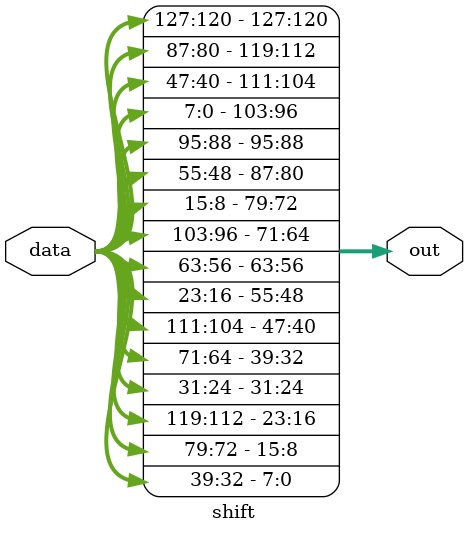
<source format=v>
`timescale 1ns / 1ns

module shift(data,
             out);
    
    input [127:0] data;
    output [127:0] out;
    
    
    // 0 row : <<< 0
    assign out[127-:8]      = data[127-:8];
    assign out[(127-32)-:8] = data[(127-32)-:8];
    assign out[(127-64)-:8] = data[(127-64)-:8];
    assign out[(127-96)-:8] = data[(127-96)-:8];
    
    // 1 row : <<< 1
    assign out[(127-8)-:8]   = data[(127-40)-:8];
    assign out[(127-40)-:8]  = data[(127-72)-:8];
    assign out[(127-72)-:8]  = data[(127-104)-:8];
    assign out[(127-104)-:8] = data[(127-8)-:8];
    
    // 2 row : <<< 2
    assign out[(127-16)-:8]  = data[(127-80)-:8];
    assign out[(127-48)-:8]  = data[(127-112)-:8];
    assign out[(127-80)-:8]  = data[(127-16)-:8];
    assign out[(127-112)-:8] = data[(127-48)-:8];
    
    // 3 row : <<< 3
    assign out[(127-24)-:8]  = data[(127-120)-:8];
    assign out[(127-56)-:8]  = data[(127-24)-:8];
    assign out[(127-88)-:8]  = data[(127-56)-:8];
    assign out[(127-120)-:8] = data[(127-88)-:8];
    
    
    
endmodule

</source>
